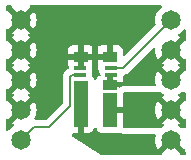
<source format=gbr>
%TF.GenerationSoftware,KiCad,Pcbnew,8.0.6*%
%TF.CreationDate,2025-01-14T17:23:09-07:00*%
%TF.ProjectId,MPPT,4d505054-2e6b-4696-9361-645f70636258,rev?*%
%TF.SameCoordinates,Original*%
%TF.FileFunction,Copper,L2,Bot*%
%TF.FilePolarity,Positive*%
%FSLAX46Y46*%
G04 Gerber Fmt 4.6, Leading zero omitted, Abs format (unit mm)*
G04 Created by KiCad (PCBNEW 8.0.6) date 2025-01-14 17:23:09*
%MOMM*%
%LPD*%
G01*
G04 APERTURE LIST*
%TA.AperFunction,ComponentPad*%
%ADD10C,1.650000*%
%TD*%
%TA.AperFunction,SMDPad,CuDef*%
%ADD11R,1.041400X0.330200*%
%TD*%
%TA.AperFunction,SMDPad,CuDef*%
%ADD12R,1.219200X0.812800*%
%TD*%
%TA.AperFunction,SMDPad,CuDef*%
%ADD13R,1.219200X2.870200*%
%TD*%
%TA.AperFunction,SMDPad,CuDef*%
%ADD14R,1.219200X3.962400*%
%TD*%
%TA.AperFunction,SMDPad,CuDef*%
%ADD15R,1.213000X0.962000*%
%TD*%
%TA.AperFunction,SMDPad,CuDef*%
%ADD16R,0.625000X1.038000*%
%TD*%
%TA.AperFunction,Conductor*%
%ADD17C,0.200000*%
%TD*%
G04 APERTURE END LIST*
D10*
%TO.P,J1,1*%
%TO.N,/PV-*%
X137160000Y-93980000D03*
%TO.P,J1,2*%
X137160000Y-96520000D03*
%TO.P,J1,3*%
X137160000Y-99060000D03*
%TO.P,J1,4*%
X137160000Y-101600000D03*
%TO.P,J1,5*%
%TO.N,/VBST*%
X137160000Y-104140000D03*
%TD*%
%TO.P,J2,1*%
%TO.N,/VCC*%
X149860000Y-93980000D03*
%TO.P,J2,2*%
%TO.N,/PV-*%
X149860000Y-96520000D03*
%TO.P,J2,3*%
X149860000Y-99060000D03*
%TO.P,J2,4*%
%TO.N,/PV+*%
X149860000Y-101600000D03*
%TO.P,J2,5*%
%TO.N,/OUT*%
X149860000Y-104140000D03*
%TD*%
D11*
%TO.P,U1,1,VCC*%
%TO.N,/VCC*%
X144759881Y-98033104D03*
%TO.P,U1,2,PV-*%
%TO.N,/PV-*%
X144759881Y-98633103D03*
D12*
%TO.P,U1,3,PV-*%
X144669882Y-99491712D03*
D13*
%TO.P,U1,4,PV+*%
%TO.N,/PV+*%
X144669891Y-101600000D03*
D14*
%TO.P,U1,5,OUT*%
%TO.N,/OUT*%
X142240000Y-101053595D03*
D11*
%TO.P,U1,6,VBST*%
%TO.N,/VBST*%
X142149882Y-98633103D03*
%TO.P,U1,7,PV-*%
%TO.N,/PV-*%
X142149882Y-98033104D03*
D15*
%TO.P,U1,8,PV-*%
X142236382Y-97100212D03*
D16*
%TO.P,U1,9,PV-*%
X143454882Y-97154111D03*
D15*
%TO.P,U1,10,PV-*%
X144673382Y-97100212D03*
%TD*%
D17*
%TO.N,/VBST*%
X138285000Y-103015000D02*
X137160000Y-104140000D01*
X141330400Y-101239600D02*
X139555000Y-103015000D01*
X141330400Y-98772395D02*
X141330400Y-101239600D01*
X142149882Y-98633103D02*
X141469692Y-98633103D01*
X141469692Y-98633103D02*
X141330400Y-98772395D01*
X139555000Y-103015000D02*
X138285000Y-103015000D01*
%TO.N,/VCC*%
X144759881Y-98033104D02*
X145806896Y-98033104D01*
X145806896Y-98033104D02*
X149860000Y-93980000D01*
%TD*%
%TA.AperFunction,Conductor*%
%TO.N,/OUT*%
G36*
X142433039Y-100823280D02*
G01*
X142478794Y-100876084D01*
X142490000Y-100927595D01*
X142490000Y-103534795D01*
X142897428Y-103534795D01*
X142897444Y-103534794D01*
X142956972Y-103528393D01*
X142956979Y-103528391D01*
X143091686Y-103478149D01*
X143091693Y-103478145D01*
X143206787Y-103391985D01*
X143206790Y-103391982D01*
X143292950Y-103276888D01*
X143292954Y-103276881D01*
X143338440Y-103154928D01*
X143380311Y-103098994D01*
X143445775Y-103074577D01*
X143514048Y-103089429D01*
X143563454Y-103138834D01*
X143570804Y-103154928D01*
X143616493Y-103277428D01*
X143616497Y-103277435D01*
X143702743Y-103392644D01*
X143702746Y-103392647D01*
X143817955Y-103478893D01*
X143817962Y-103478897D01*
X143952808Y-103529191D01*
X143952807Y-103529191D01*
X143959735Y-103529935D01*
X144012418Y-103535600D01*
X145327363Y-103535599D01*
X145386974Y-103529191D01*
X145440902Y-103509076D01*
X145510593Y-103504092D01*
X145554775Y-103526210D01*
X145555698Y-103524774D01*
X145563152Y-103529564D01*
X145563155Y-103529567D01*
X145563158Y-103529568D01*
X145563159Y-103529569D01*
X145661710Y-103574577D01*
X145694032Y-103589338D01*
X145761071Y-103609023D01*
X145761075Y-103609024D01*
X145903491Y-103629500D01*
X145903494Y-103629500D01*
X148463447Y-103629500D01*
X148530486Y-103649185D01*
X148576241Y-103701989D01*
X148586185Y-103771147D01*
X148583222Y-103785593D01*
X148550147Y-103909031D01*
X148550145Y-103909041D01*
X148529939Y-104139999D01*
X148529939Y-104140000D01*
X148550145Y-104370958D01*
X148550147Y-104370968D01*
X148610148Y-104594900D01*
X148610152Y-104594909D01*
X148708133Y-104805030D01*
X148763023Y-104883422D01*
X149336212Y-104310233D01*
X149347482Y-104352292D01*
X149419890Y-104477708D01*
X149522292Y-104580110D01*
X149647708Y-104652518D01*
X149689765Y-104663787D01*
X149116576Y-105236975D01*
X149119920Y-105275193D01*
X149106153Y-105343693D01*
X149057538Y-105393876D01*
X148996392Y-105410000D01*
X144052345Y-105410000D01*
X143988549Y-105392329D01*
X141538202Y-103922121D01*
X141490844Y-103870750D01*
X141478000Y-103815792D01*
X141478000Y-103658795D01*
X141497685Y-103591756D01*
X141550489Y-103546001D01*
X141602000Y-103534795D01*
X141990000Y-103534795D01*
X141990000Y-100927595D01*
X142009685Y-100860556D01*
X142062489Y-100814801D01*
X142114000Y-100803595D01*
X142366000Y-100803595D01*
X142433039Y-100823280D01*
G37*
%TD.AperFunction*%
%TA.AperFunction,Conductor*%
G36*
X150959596Y-104886042D02*
G01*
X151018216Y-104897824D01*
X151068399Y-104946440D01*
X151083765Y-104993891D01*
X151114700Y-105272306D01*
X151102539Y-105341110D01*
X151055110Y-105392416D01*
X150991458Y-105410000D01*
X150723607Y-105410000D01*
X150656568Y-105390315D01*
X150610813Y-105337511D01*
X150600079Y-105275194D01*
X150603422Y-105236976D01*
X150030234Y-104663787D01*
X150072292Y-104652518D01*
X150197708Y-104580110D01*
X150300110Y-104477708D01*
X150372518Y-104352292D01*
X150383787Y-104310233D01*
X150959596Y-104886042D01*
G37*
%TD.AperFunction*%
%TD*%
%TA.AperFunction,Conductor*%
%TO.N,/PV+*%
G36*
X149028003Y-100095685D02*
G01*
X149032065Y-100098409D01*
X149194718Y-100212301D01*
X149206710Y-100217893D01*
X149259149Y-100264062D01*
X149278303Y-100331255D01*
X149258089Y-100398137D01*
X149206717Y-100442655D01*
X149194966Y-100448134D01*
X149116576Y-100503022D01*
X149689766Y-101076212D01*
X149647708Y-101087482D01*
X149522292Y-101159890D01*
X149419890Y-101262292D01*
X149347482Y-101387708D01*
X149336212Y-101429766D01*
X148763022Y-100856576D01*
X148708134Y-100934967D01*
X148610152Y-101145090D01*
X148610148Y-101145099D01*
X148550147Y-101369031D01*
X148550145Y-101369041D01*
X148529939Y-101599999D01*
X148529939Y-101600000D01*
X148550145Y-101830958D01*
X148550147Y-101830968D01*
X148610148Y-102054900D01*
X148610152Y-102054909D01*
X148708133Y-102265030D01*
X148763023Y-102343422D01*
X149336212Y-101770233D01*
X149347482Y-101812292D01*
X149419890Y-101937708D01*
X149522292Y-102040110D01*
X149647708Y-102112518D01*
X149689765Y-102123787D01*
X149116576Y-102696975D01*
X149194966Y-102751864D01*
X149206709Y-102757340D01*
X149259149Y-102803511D01*
X149278303Y-102870704D01*
X149258089Y-102937586D01*
X149206716Y-102982104D01*
X149194722Y-102987697D01*
X149194720Y-102987698D01*
X149194719Y-102987699D01*
X149032086Y-103101575D01*
X148965881Y-103123902D01*
X148960964Y-103124000D01*
X145903491Y-103124000D01*
X145836452Y-103104315D01*
X145790697Y-103051511D01*
X145779491Y-103000000D01*
X145779491Y-101850000D01*
X144543891Y-101850000D01*
X144476852Y-101830315D01*
X144431097Y-101777511D01*
X144419891Y-101726000D01*
X144419891Y-101474000D01*
X144439576Y-101406961D01*
X144492380Y-101361206D01*
X144543891Y-101350000D01*
X145779491Y-101350000D01*
X145779491Y-100200000D01*
X145799176Y-100132961D01*
X145851980Y-100087206D01*
X145903491Y-100076000D01*
X148960964Y-100076000D01*
X149028003Y-100095685D01*
G37*
%TD.AperFunction*%
%TA.AperFunction,Conductor*%
G36*
X150956975Y-102343421D02*
G01*
X150995193Y-102340078D01*
X151063693Y-102353845D01*
X151113876Y-102402460D01*
X151130000Y-102463606D01*
X151130000Y-103000000D01*
X151110315Y-103067039D01*
X151057511Y-103112794D01*
X151006000Y-103124000D01*
X150759036Y-103124000D01*
X150691997Y-103104315D01*
X150687934Y-103101590D01*
X150525282Y-102987699D01*
X150513286Y-102982105D01*
X150460848Y-102935932D01*
X150441697Y-102868738D01*
X150461914Y-102801857D01*
X150513294Y-102757339D01*
X150525034Y-102751864D01*
X150603422Y-102696976D01*
X150603422Y-102696975D01*
X150030235Y-102123787D01*
X150072292Y-102112518D01*
X150197708Y-102040110D01*
X150300110Y-101937708D01*
X150372518Y-101812292D01*
X150383787Y-101770234D01*
X150956975Y-102343421D01*
G37*
%TD.AperFunction*%
%TA.AperFunction,Conductor*%
G36*
X151073039Y-100095685D02*
G01*
X151118794Y-100148489D01*
X151130000Y-100200000D01*
X151130000Y-100736392D01*
X151110315Y-100803431D01*
X151057511Y-100849186D01*
X150995193Y-100859920D01*
X150956975Y-100856576D01*
X150383787Y-101429764D01*
X150372518Y-101387708D01*
X150300110Y-101262292D01*
X150197708Y-101159890D01*
X150072292Y-101087482D01*
X150030234Y-101076212D01*
X150603422Y-100503023D01*
X150525029Y-100448132D01*
X150513286Y-100442656D01*
X150460848Y-100396482D01*
X150441697Y-100329289D01*
X150461914Y-100262408D01*
X150513289Y-100217893D01*
X150525282Y-100212301D01*
X150687913Y-100098424D01*
X150754118Y-100076098D01*
X150759036Y-100076000D01*
X151006000Y-100076000D01*
X151073039Y-100095685D01*
G37*
%TD.AperFunction*%
%TD*%
%TA.AperFunction,Conductor*%
%TO.N,/PV-*%
G36*
X136647482Y-101812292D02*
G01*
X136719890Y-101937708D01*
X136822292Y-102040110D01*
X136947708Y-102112518D01*
X136989765Y-102123787D01*
X136416576Y-102696975D01*
X136494966Y-102751864D01*
X136506709Y-102757340D01*
X136559149Y-102803511D01*
X136578303Y-102870704D01*
X136558089Y-102937586D01*
X136506716Y-102982104D01*
X136494722Y-102987697D01*
X136494714Y-102987701D01*
X136304735Y-103120726D01*
X136304729Y-103120731D01*
X136140731Y-103284729D01*
X136140724Y-103284738D01*
X136108074Y-103331367D01*
X136053497Y-103374992D01*
X135983999Y-103382184D01*
X135921644Y-103350662D01*
X135886231Y-103290432D01*
X135882500Y-103260243D01*
X135882500Y-102462950D01*
X135902185Y-102395911D01*
X135954989Y-102350156D01*
X136017308Y-102339422D01*
X136063024Y-102343422D01*
X136636212Y-101770233D01*
X136647482Y-101812292D01*
G37*
%TD.AperFunction*%
%TA.AperFunction,Conductor*%
G36*
X149047283Y-92722185D02*
G01*
X149093038Y-92774989D01*
X149102982Y-92844147D01*
X149073957Y-92907703D01*
X149051367Y-92928075D01*
X149004735Y-92960726D01*
X149004729Y-92960731D01*
X148840731Y-93124729D01*
X148840726Y-93124735D01*
X148707701Y-93314714D01*
X148707699Y-93314718D01*
X148609681Y-93524917D01*
X148549651Y-93748948D01*
X148549650Y-93748955D01*
X148529437Y-93979998D01*
X148529437Y-93980001D01*
X148549650Y-94211044D01*
X148549652Y-94211055D01*
X148579739Y-94323343D01*
X148578076Y-94393193D01*
X148547645Y-94443117D01*
X145991563Y-96999200D01*
X145930240Y-97032685D01*
X145860548Y-97027701D01*
X145804615Y-96985829D01*
X145780198Y-96920365D01*
X145779882Y-96911519D01*
X145779882Y-96571384D01*
X145779881Y-96571363D01*
X145773480Y-96511839D01*
X145773478Y-96511832D01*
X145723236Y-96377125D01*
X145723232Y-96377118D01*
X145637072Y-96262024D01*
X145637069Y-96262021D01*
X145521975Y-96175861D01*
X145521968Y-96175857D01*
X145387261Y-96125615D01*
X145387254Y-96125613D01*
X145327726Y-96119212D01*
X144923382Y-96119212D01*
X144923382Y-97243504D01*
X144903697Y-97310543D01*
X144850893Y-97356298D01*
X144799382Y-97367504D01*
X144492036Y-97367504D01*
X144433147Y-97350212D01*
X144294564Y-97350212D01*
X144268082Y-97364671D01*
X144241729Y-97367504D01*
X144191311Y-97367504D01*
X144191304Y-97367505D01*
X144131697Y-97373912D01*
X144071694Y-97396293D01*
X144028361Y-97404111D01*
X143704882Y-97404111D01*
X143704882Y-98174649D01*
X143736516Y-98232583D01*
X143738640Y-98245687D01*
X143745919Y-98313399D01*
X143745091Y-98313487D01*
X143745092Y-98352774D01*
X143746412Y-98352916D01*
X143739181Y-98420158D01*
X143739181Y-98468003D01*
X143753878Y-98468003D01*
X143820917Y-98487688D01*
X143853144Y-98517691D01*
X143880356Y-98554042D01*
X143886913Y-98562800D01*
X143911330Y-98628264D01*
X143896479Y-98696537D01*
X143847074Y-98745943D01*
X143778801Y-98760795D01*
X143748487Y-98754765D01*
X143696181Y-98737355D01*
X143616928Y-98843223D01*
X143573798Y-98958861D01*
X143531926Y-99014794D01*
X143466462Y-99039211D01*
X143398189Y-99024359D01*
X143348784Y-98974954D01*
X143341434Y-98958860D01*
X143293397Y-98830066D01*
X143293396Y-98830065D01*
X143293396Y-98830064D01*
X143207146Y-98714849D01*
X143201831Y-98707749D01*
X143202934Y-98706923D01*
X143173915Y-98653779D01*
X143171081Y-98627421D01*
X143171081Y-98420132D01*
X143171080Y-98420126D01*
X143169312Y-98403680D01*
X143164673Y-98360520D01*
X143163844Y-98352806D01*
X143164675Y-98352716D01*
X143164675Y-98313435D01*
X143163351Y-98313293D01*
X143170559Y-98246251D01*
X143197297Y-98181700D01*
X143204882Y-98173255D01*
X143204882Y-97404111D01*
X142704643Y-97404111D01*
X142637604Y-97384426D01*
X142616962Y-97367792D01*
X142599382Y-97350212D01*
X142486382Y-97350212D01*
X142486382Y-97843503D01*
X142466697Y-97910542D01*
X142413893Y-97956297D01*
X142362382Y-97967503D01*
X142108782Y-97967503D01*
X142041743Y-97947818D01*
X141995988Y-97895014D01*
X141984782Y-97843503D01*
X141984782Y-97350212D01*
X141129882Y-97350212D01*
X141129882Y-97629056D01*
X141136283Y-97688588D01*
X141137785Y-97694943D01*
X141134697Y-97752446D01*
X141137368Y-97753077D01*
X141135583Y-97760628D01*
X141129182Y-97820159D01*
X141129182Y-97868004D01*
X141131108Y-97868004D01*
X141198147Y-97887689D01*
X141243902Y-97940493D01*
X141253846Y-98009651D01*
X141224821Y-98073207D01*
X141193108Y-98099390D01*
X141173941Y-98110457D01*
X141100977Y-98152582D01*
X141100974Y-98152584D01*
X140849881Y-98403677D01*
X140849879Y-98403680D01*
X140799761Y-98490489D01*
X140799759Y-98490491D01*
X140770825Y-98540604D01*
X140770824Y-98540605D01*
X140767224Y-98554042D01*
X140729899Y-98693338D01*
X140729899Y-98693340D01*
X140729899Y-98861441D01*
X140729900Y-98861454D01*
X140729900Y-100939502D01*
X140710215Y-101006541D01*
X140693581Y-101027183D01*
X139342584Y-102378181D01*
X139281261Y-102411666D01*
X139254903Y-102414500D01*
X138436809Y-102414500D01*
X138369770Y-102394815D01*
X138324015Y-102342011D01*
X138314071Y-102272853D01*
X138324427Y-102238095D01*
X138409847Y-102054909D01*
X138409851Y-102054900D01*
X138469852Y-101830968D01*
X138469854Y-101830958D01*
X138490061Y-101600000D01*
X138490061Y-101599999D01*
X138469854Y-101369041D01*
X138469852Y-101369031D01*
X138409851Y-101145099D01*
X138409847Y-101145090D01*
X138311867Y-100934971D01*
X138311866Y-100934969D01*
X138256975Y-100856577D01*
X138256975Y-100856576D01*
X137683787Y-101429764D01*
X137672518Y-101387708D01*
X137600110Y-101262292D01*
X137497708Y-101159890D01*
X137372292Y-101087482D01*
X137330234Y-101076212D01*
X137903422Y-100503023D01*
X137825032Y-100448134D01*
X137812698Y-100442383D01*
X137760258Y-100396211D01*
X137741106Y-100329017D01*
X137761321Y-100262136D01*
X137812701Y-100217616D01*
X137825033Y-100211865D01*
X137825034Y-100211865D01*
X137903422Y-100156976D01*
X137903422Y-100156975D01*
X137330235Y-99583787D01*
X137372292Y-99572518D01*
X137497708Y-99500110D01*
X137600110Y-99397708D01*
X137672518Y-99272292D01*
X137683787Y-99230234D01*
X138256975Y-99803422D01*
X138256976Y-99803422D01*
X138311865Y-99725034D01*
X138311867Y-99725030D01*
X138409847Y-99514909D01*
X138409851Y-99514900D01*
X138469852Y-99290968D01*
X138469854Y-99290958D01*
X138490061Y-99060000D01*
X138490061Y-99059999D01*
X138469854Y-98829041D01*
X138469852Y-98829031D01*
X138409851Y-98605099D01*
X138409847Y-98605090D01*
X138311867Y-98394971D01*
X138311866Y-98394969D01*
X138256975Y-98316577D01*
X138256975Y-98316576D01*
X137683787Y-98889764D01*
X137672518Y-98847708D01*
X137600110Y-98722292D01*
X137497708Y-98619890D01*
X137372292Y-98547482D01*
X137330234Y-98536212D01*
X137903422Y-97963023D01*
X137825032Y-97908134D01*
X137812698Y-97902383D01*
X137760258Y-97856211D01*
X137741106Y-97789017D01*
X137761321Y-97722136D01*
X137812701Y-97677616D01*
X137825033Y-97671865D01*
X137825034Y-97671865D01*
X137903422Y-97616976D01*
X137903422Y-97616975D01*
X137330235Y-97043787D01*
X137372292Y-97032518D01*
X137497708Y-96960110D01*
X137600110Y-96857708D01*
X137672518Y-96732292D01*
X137683787Y-96690234D01*
X138256975Y-97263422D01*
X138256976Y-97263422D01*
X138311865Y-97185034D01*
X138311867Y-97185030D01*
X138409847Y-96974909D01*
X138409851Y-96974900D01*
X138469852Y-96750968D01*
X138469854Y-96750958D01*
X138485565Y-96571384D01*
X141129882Y-96571384D01*
X141129882Y-96850212D01*
X141986382Y-96850212D01*
X142486382Y-96850212D01*
X143204882Y-96850212D01*
X143204882Y-96135111D01*
X143704882Y-96135111D01*
X143704882Y-96850212D01*
X144423382Y-96850212D01*
X144423382Y-96119212D01*
X144019037Y-96119212D01*
X143959509Y-96125613D01*
X143959502Y-96125615D01*
X143934905Y-96134789D01*
X143878319Y-96141896D01*
X143815210Y-96135111D01*
X143704882Y-96135111D01*
X143204882Y-96135111D01*
X143094554Y-96135111D01*
X143031445Y-96141896D01*
X142974858Y-96134788D01*
X142950263Y-96125615D01*
X142950259Y-96125614D01*
X142890726Y-96119212D01*
X142486382Y-96119212D01*
X142486382Y-96850212D01*
X141986382Y-96850212D01*
X141986382Y-96119212D01*
X141582037Y-96119212D01*
X141522509Y-96125613D01*
X141522502Y-96125615D01*
X141387795Y-96175857D01*
X141387788Y-96175861D01*
X141272694Y-96262021D01*
X141272691Y-96262024D01*
X141186531Y-96377118D01*
X141186527Y-96377125D01*
X141136285Y-96511832D01*
X141136283Y-96511839D01*
X141129883Y-96571363D01*
X141129882Y-96571384D01*
X138485565Y-96571384D01*
X138490061Y-96520000D01*
X138490061Y-96519999D01*
X138469854Y-96289041D01*
X138469852Y-96289031D01*
X138409851Y-96065099D01*
X138409847Y-96065090D01*
X138311867Y-95854971D01*
X138311866Y-95854969D01*
X138256975Y-95776577D01*
X138256975Y-95776576D01*
X137683787Y-96349764D01*
X137672518Y-96307708D01*
X137600110Y-96182292D01*
X137497708Y-96079890D01*
X137372292Y-96007482D01*
X137330234Y-95996212D01*
X137903422Y-95423023D01*
X137825032Y-95368134D01*
X137812698Y-95362383D01*
X137760258Y-95316211D01*
X137741106Y-95249017D01*
X137761321Y-95182136D01*
X137812701Y-95137616D01*
X137825033Y-95131865D01*
X137825034Y-95131865D01*
X137903422Y-95076976D01*
X137903422Y-95076975D01*
X137330235Y-94503787D01*
X137372292Y-94492518D01*
X137497708Y-94420110D01*
X137600110Y-94317708D01*
X137672518Y-94192292D01*
X137683787Y-94150234D01*
X138256975Y-94723422D01*
X138256976Y-94723422D01*
X138311865Y-94645034D01*
X138311867Y-94645030D01*
X138409847Y-94434909D01*
X138409851Y-94434900D01*
X138469852Y-94210968D01*
X138469854Y-94210958D01*
X138490061Y-93980000D01*
X138490061Y-93979999D01*
X138469854Y-93749041D01*
X138469852Y-93749031D01*
X138409851Y-93525099D01*
X138409847Y-93525090D01*
X138311867Y-93314971D01*
X138311866Y-93314969D01*
X138256975Y-93236577D01*
X138256975Y-93236576D01*
X137683787Y-93809764D01*
X137672518Y-93767708D01*
X137600110Y-93642292D01*
X137497708Y-93539890D01*
X137372292Y-93467482D01*
X137330234Y-93456212D01*
X137903422Y-92883023D01*
X137899423Y-92837307D01*
X137913190Y-92768807D01*
X137961805Y-92718624D01*
X138022951Y-92702500D01*
X148980244Y-92702500D01*
X149047283Y-92722185D01*
G37*
%TD.AperFunction*%
%TA.AperFunction,Conductor*%
G36*
X136647482Y-99272292D02*
G01*
X136719890Y-99397708D01*
X136822292Y-99500110D01*
X136947708Y-99572518D01*
X136989765Y-99583787D01*
X136416576Y-100156975D01*
X136494967Y-100211865D01*
X136507302Y-100217617D01*
X136559742Y-100263789D01*
X136578894Y-100330983D01*
X136558679Y-100397864D01*
X136507304Y-100442381D01*
X136494970Y-100448132D01*
X136494969Y-100448133D01*
X136416576Y-100503022D01*
X136989766Y-101076212D01*
X136947708Y-101087482D01*
X136822292Y-101159890D01*
X136719890Y-101262292D01*
X136647482Y-101387708D01*
X136636212Y-101429766D01*
X136063022Y-100856576D01*
X136017307Y-100860576D01*
X135948807Y-100846809D01*
X135898624Y-100798194D01*
X135882500Y-100737048D01*
X135882500Y-99922950D01*
X135902185Y-99855911D01*
X135954989Y-99810156D01*
X136017308Y-99799422D01*
X136063024Y-99803422D01*
X136636212Y-99230233D01*
X136647482Y-99272292D01*
G37*
%TD.AperFunction*%
%TA.AperFunction,Conductor*%
G36*
X148454635Y-96337111D02*
G01*
X148510568Y-96378983D01*
X148534985Y-96444447D01*
X148534829Y-96464099D01*
X148529939Y-96519996D01*
X148529939Y-96520000D01*
X148550145Y-96750958D01*
X148550147Y-96750968D01*
X148610148Y-96974900D01*
X148610152Y-96974909D01*
X148708133Y-97185030D01*
X148763023Y-97263422D01*
X149336212Y-96690233D01*
X149347482Y-96732292D01*
X149419890Y-96857708D01*
X149522292Y-96960110D01*
X149647708Y-97032518D01*
X149689765Y-97043787D01*
X149116576Y-97616975D01*
X149194967Y-97671865D01*
X149207302Y-97677617D01*
X149259742Y-97723789D01*
X149278894Y-97790983D01*
X149258679Y-97857864D01*
X149207304Y-97902381D01*
X149194970Y-97908132D01*
X149194969Y-97908133D01*
X149116576Y-97963022D01*
X149689766Y-98536212D01*
X149647708Y-98547482D01*
X149522292Y-98619890D01*
X149419890Y-98722292D01*
X149347482Y-98847708D01*
X149336212Y-98889766D01*
X148763022Y-98316576D01*
X148708134Y-98394967D01*
X148610152Y-98605090D01*
X148610148Y-98605099D01*
X148550147Y-98829031D01*
X148550145Y-98829041D01*
X148529939Y-99059999D01*
X148529939Y-99060000D01*
X148550145Y-99290958D01*
X148550147Y-99290968D01*
X148583222Y-99414407D01*
X148581559Y-99484257D01*
X148542396Y-99542119D01*
X148478167Y-99569623D01*
X148463447Y-99570500D01*
X145903491Y-99570500D01*
X145903482Y-99570500D01*
X145903481Y-99570501D01*
X145796040Y-99582052D01*
X145796028Y-99582054D01*
X145744518Y-99593260D01*
X145641993Y-99627383D01*
X145641989Y-99627385D01*
X145557800Y-99681490D01*
X145490760Y-99701174D01*
X145447429Y-99693356D01*
X145386976Y-99670809D01*
X145386974Y-99670808D01*
X145327374Y-99664401D01*
X145327372Y-99664400D01*
X145327364Y-99664400D01*
X145327356Y-99664400D01*
X144543882Y-99664400D01*
X144476843Y-99644715D01*
X144431088Y-99591911D01*
X144419882Y-99540400D01*
X144419882Y-98822703D01*
X144439567Y-98755664D01*
X144492371Y-98709909D01*
X144543878Y-98698703D01*
X144800982Y-98698703D01*
X144868020Y-98718388D01*
X144913775Y-98771192D01*
X144924981Y-98822703D01*
X144924981Y-99241712D01*
X145779482Y-99241712D01*
X145779482Y-99037484D01*
X145779481Y-99037467D01*
X145773081Y-98977944D01*
X145771691Y-98972064D01*
X145774814Y-98913703D01*
X145772394Y-98913132D01*
X145774179Y-98905575D01*
X145780580Y-98846047D01*
X145780581Y-98846030D01*
X145780581Y-98756222D01*
X145800266Y-98689183D01*
X145853070Y-98643428D01*
X145878234Y-98636201D01*
X145878102Y-98635708D01*
X145885950Y-98633605D01*
X145885953Y-98633605D01*
X146038681Y-98592681D01*
X146105600Y-98554045D01*
X146175612Y-98513624D01*
X146287416Y-98401820D01*
X146287416Y-98401818D01*
X146297620Y-98391615D01*
X146297623Y-98391610D01*
X148323625Y-96365608D01*
X148384943Y-96332127D01*
X148454635Y-96337111D01*
G37*
%TD.AperFunction*%
%TA.AperFunction,Conductor*%
G36*
X136647482Y-96732292D02*
G01*
X136719890Y-96857708D01*
X136822292Y-96960110D01*
X136947708Y-97032518D01*
X136989765Y-97043787D01*
X136416576Y-97616975D01*
X136494967Y-97671865D01*
X136507302Y-97677617D01*
X136559742Y-97723789D01*
X136578894Y-97790983D01*
X136558679Y-97857864D01*
X136507304Y-97902381D01*
X136494970Y-97908132D01*
X136494969Y-97908133D01*
X136416576Y-97963022D01*
X136989766Y-98536212D01*
X136947708Y-98547482D01*
X136822292Y-98619890D01*
X136719890Y-98722292D01*
X136647482Y-98847708D01*
X136636212Y-98889766D01*
X136063022Y-98316576D01*
X136017307Y-98320576D01*
X135948807Y-98306809D01*
X135898624Y-98258194D01*
X135882500Y-98197048D01*
X135882500Y-97382950D01*
X135902185Y-97315911D01*
X135954989Y-97270156D01*
X136017308Y-97259422D01*
X136063024Y-97263422D01*
X136636212Y-96690233D01*
X136647482Y-96732292D01*
G37*
%TD.AperFunction*%
%TA.AperFunction,Conductor*%
G36*
X150956975Y-97263421D02*
G01*
X151002693Y-97259422D01*
X151071193Y-97273189D01*
X151121376Y-97321804D01*
X151137500Y-97382950D01*
X151137500Y-98197049D01*
X151117815Y-98264088D01*
X151065011Y-98309843D01*
X151002692Y-98320577D01*
X150956975Y-98316576D01*
X150383787Y-98889764D01*
X150372518Y-98847708D01*
X150300110Y-98722292D01*
X150197708Y-98619890D01*
X150072292Y-98547482D01*
X150030234Y-98536212D01*
X150603422Y-97963023D01*
X150525032Y-97908134D01*
X150512698Y-97902383D01*
X150460258Y-97856211D01*
X150441106Y-97789017D01*
X150461321Y-97722136D01*
X150512701Y-97677616D01*
X150525033Y-97671865D01*
X150525034Y-97671865D01*
X150603422Y-97616976D01*
X150603422Y-97616975D01*
X150030235Y-97043787D01*
X150072292Y-97032518D01*
X150197708Y-96960110D01*
X150300110Y-96857708D01*
X150372518Y-96732292D01*
X150383787Y-96690234D01*
X150956975Y-97263421D01*
G37*
%TD.AperFunction*%
%TA.AperFunction,Conductor*%
G36*
X136647482Y-94192292D02*
G01*
X136719890Y-94317708D01*
X136822292Y-94420110D01*
X136947708Y-94492518D01*
X136989765Y-94503787D01*
X136416576Y-95076975D01*
X136494967Y-95131865D01*
X136507302Y-95137617D01*
X136559742Y-95183789D01*
X136578894Y-95250983D01*
X136558679Y-95317864D01*
X136507304Y-95362381D01*
X136494970Y-95368132D01*
X136494969Y-95368133D01*
X136416576Y-95423022D01*
X136989766Y-95996212D01*
X136947708Y-96007482D01*
X136822292Y-96079890D01*
X136719890Y-96182292D01*
X136647482Y-96307708D01*
X136636212Y-96349766D01*
X136063022Y-95776576D01*
X136017307Y-95780576D01*
X135948807Y-95766809D01*
X135898624Y-95718194D01*
X135882500Y-95657048D01*
X135882500Y-94842950D01*
X135902185Y-94775911D01*
X135954989Y-94730156D01*
X136017308Y-94719422D01*
X136063024Y-94723422D01*
X136636212Y-94150233D01*
X136647482Y-94192292D01*
G37*
%TD.AperFunction*%
%TA.AperFunction,Conductor*%
G36*
X151098355Y-94769337D02*
G01*
X151133769Y-94829567D01*
X151137500Y-94859756D01*
X151137500Y-95657049D01*
X151117815Y-95724088D01*
X151065011Y-95769843D01*
X151002692Y-95780577D01*
X150956975Y-95776576D01*
X150383787Y-96349764D01*
X150372518Y-96307708D01*
X150300110Y-96182292D01*
X150197708Y-96079890D01*
X150072292Y-96007482D01*
X150030234Y-95996212D01*
X150603422Y-95423023D01*
X150525029Y-95368132D01*
X150513286Y-95362656D01*
X150460848Y-95316482D01*
X150441697Y-95249289D01*
X150461914Y-95182408D01*
X150513289Y-95137893D01*
X150525282Y-95132301D01*
X150715269Y-94999270D01*
X150879270Y-94835269D01*
X150911925Y-94788632D01*
X150966502Y-94745008D01*
X151036000Y-94737815D01*
X151098355Y-94769337D01*
G37*
%TD.AperFunction*%
%TA.AperFunction,Conductor*%
G36*
X136364088Y-92722185D02*
G01*
X136409843Y-92774989D01*
X136420577Y-92837308D01*
X136416577Y-92883023D01*
X136989766Y-93456212D01*
X136947708Y-93467482D01*
X136822292Y-93539890D01*
X136719890Y-93642292D01*
X136647482Y-93767708D01*
X136636212Y-93809766D01*
X136063022Y-93236576D01*
X136017307Y-93240576D01*
X135948807Y-93226809D01*
X135898624Y-93178194D01*
X135882500Y-93117048D01*
X135882500Y-92826500D01*
X135902185Y-92759461D01*
X135954989Y-92713706D01*
X136006500Y-92702500D01*
X136297049Y-92702500D01*
X136364088Y-92722185D01*
G37*
%TD.AperFunction*%
%TD*%
M02*

</source>
